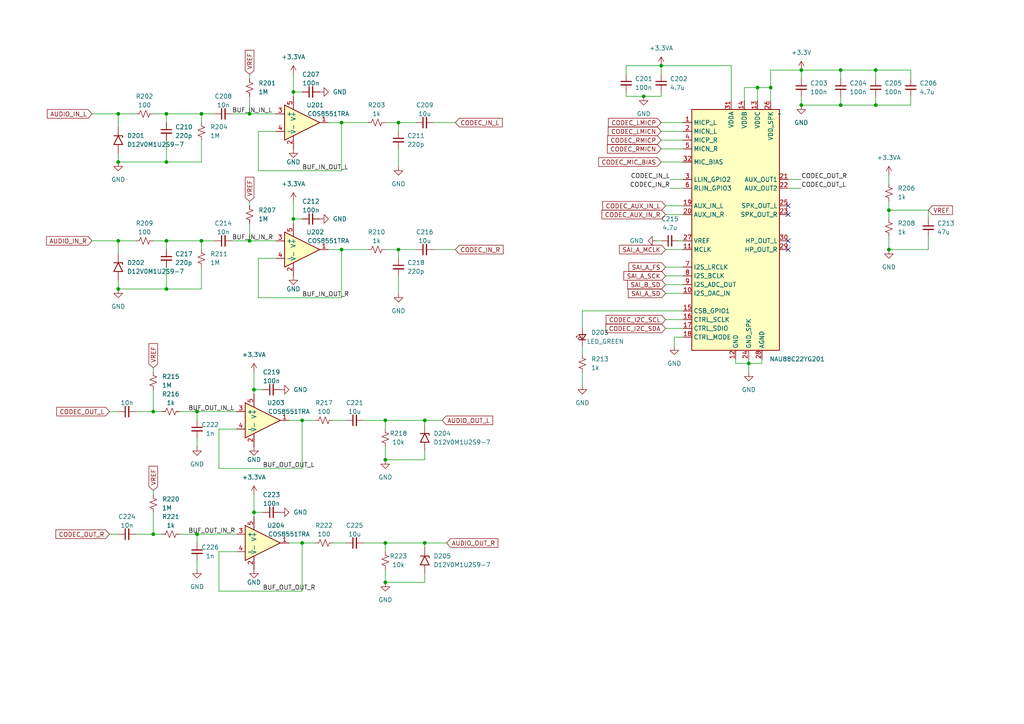
<source format=kicad_sch>
(kicad_sch (version 20231120) (generator "eeschema") (generator_version "8.0")
  (paper "A4")
  (lib_symbols
    (symbol "Custom:COS8551TRA"
      (property "Reference" "U" (at 3.81 6.35 0))
      (property "Value" "COS8551TRA" (at 8.89 3.81 0))
      (symbol "COS8551TRA_0_1"
        (polyline (pts (xy -2.54 5.08) (xy 7.62 0) (xy -2.54 -5.08) (xy -2.54 5.08)) (stroke (width 0.254)) (fill (type background)))
        (pin power_in line (at 0 -7.62 90) (length 3.81) (name "V-") (number "2"))
        (pin power_in line (at 0 7.62 270) (length 3.81) (name "V+") (number "5"))
      )
      (symbol "COS8551TRA_1_1"
        (pin output line (at 10.16 0 180) (length 2.54) (name "~") (number "1"))
        (pin input line (at -5.08 2.54 0) (length 2.54) (name "+") (number "3"))
        (pin input line (at -5.08 -2.54 0) (length 2.54) (name "-") (number "4"))
      )
    )
    (symbol "Custom:D12V0M1U2S9-7" (pin_numbers hide) (pin_names (offset 1.016) hide)
      (property "Reference" "D" (at 0 2.54 0))
      (property "Value" "D12V0M1U2S9-7" (at 0 -2.54 0))
      (symbol "D12V0M1U2S9-7_0_1"
        (polyline (pts (xy -0.762 1.27) (xy -1.27 1.27) (xy -1.27 -1.27)) (stroke (width 0.254)))
        (polyline (pts (xy 1.27 1.27) (xy 1.27 -1.27) (xy -1.27 0) (xy 1.27 1.27)) (stroke (width 0.254)))
      )
      (symbol "D12V0M1U2S9-7_1_1"
        (pin passive line (at -3.81 0 0) (length 2.54) (name "A1") (number "1"))
        (pin passive line (at 3.81 0 180) (length 2.54) (name "A2") (number "2"))
      )
    )
    (symbol "Custom:NAU88C22YG"
      (property "Reference" "NAU88C22YG201" (at 9.8141 -36.83 0))
      (property "Value" "~" (at 12.7 34.29 0))
      (symbol "NAU88C22YG_0_1"
        (rectangle (start -12.7 35.56) (end 12.7 -34.29) (stroke (width 0.254)) (fill (type background)))
      )
      (symbol "NAU88C22YG_1_1"
        (pin input line (at -15.24 31.75 0) (length 2.54) (name "MICP_L") (number "1"))
        (pin input line (at -15.24 -17.78 0) (length 2.54) (name "I2S_DAC_IN") (number "10"))
        (pin input line (at -15.24 -5.08 0) (length 2.54) (name "MCLK") (number "11"))
        (pin power_in line (at 0 -36.83 90) (length 2.54) (name "GND") (number "12"))
        (pin power_in line (at 6.35 38.1 270) (length 2.54) (name "VDDC") (number "13"))
        (pin power_in line (at 2.54 38.1 270) (length 2.54) (name "VDDB") (number "14"))
        (pin input line (at -15.24 -22.86 0) (length 2.54) (name "CSB_GPIO1") (number "15"))
        (pin input line (at -15.24 -25.4 0) (length 2.54) (name "CTRL_SCLK") (number "16"))
        (pin bidirectional line (at -15.24 -27.94 0) (length 2.54) (name "CTRL_SDIO") (number "17"))
        (pin input line (at -15.24 -30.48 0) (length 2.54) (name "CTRL_MODE") (number "18"))
        (pin input line (at -15.24 7.62 0) (length 2.54) (name "AUX_IN_L") (number "19"))
        (pin input line (at -15.24 29.21 0) (length 2.54) (name "MICN_L") (number "2"))
        (pin input line (at -15.24 5.08 0) (length 2.54) (name "AUX_IN_R") (number "20"))
        (pin output line (at 15.24 15.24 180) (length 2.54) (name "AUX_OUT1") (number "21"))
        (pin output line (at 15.24 12.7 180) (length 2.54) (name "AUX_OUT2") (number "22"))
        (pin output line (at 15.24 5.08 180) (length 2.54) (name "SPK_OUT_R") (number "23"))
        (pin power_in line (at 3.81 -36.83 90) (length 2.54) (name "GND_SPK") (number "24"))
        (pin output line (at 15.24 7.62 180) (length 2.54) (name "SPK_OUT_L") (number "25"))
        (pin power_in line (at 10.16 38.1 270) (length 2.54) (name "VDD_SPK") (number "26"))
        (pin input line (at -15.24 -2.54 0) (length 2.54) (name "VREF") (number "27"))
        (pin power_in line (at 7.62 -36.83 90) (length 2.54) (name "AGND") (number "28"))
        (pin output line (at 15.24 -5.08 180) (length 2.54) (name "HP_OUT_R") (number "29"))
        (pin input line (at -15.24 15.24 0) (length 2.54) (name "LLIN_GPIO2") (number "3"))
        (pin output line (at 15.24 -2.54 180) (length 2.54) (name "HP_OUT_L") (number "30"))
        (pin power_in line (at -1.27 38.1 270) (length 2.54) (name "VDDA") (number "31"))
        (pin input line (at -15.24 20.32 0) (length 2.54) (name "MIC_BIAS") (number "32"))
        (pin power_in line (at 0 -36.83 90) (length 2.54) hide (name "GND") (number "33"))
        (pin input line (at -15.24 26.67 0) (length 2.54) (name "MICP_R") (number "4"))
        (pin input line (at -15.24 24.13 0) (length 2.54) (name "MICN_R") (number "5"))
        (pin input line (at -15.24 12.7 0) (length 2.54) (name "RLIN_GPIO3") (number "6"))
        (pin input line (at -15.24 -10.16 0) (length 2.54) (name "I2S_LRCLK") (number "7"))
        (pin input line (at -15.24 -12.7 0) (length 2.54) (name "I2S_BCLK") (number "8"))
        (pin output line (at -15.24 -15.24 0) (length 2.54) (name "I2S_ADC_OUT") (number "9"))
      )
    )
    (symbol "Device:C_Small" (pin_numbers hide) (pin_names (offset 0.254) hide)
      (property "Reference" "C" (at 0.254 1.778 0))
      (property "Value" "C_Small" (at 0.254 -2.032 0))
      (symbol "C_Small_0_1"
        (polyline (pts (xy -1.524 -0.508) (xy 1.524 -0.508)) (stroke (width 0.3302)))
        (polyline (pts (xy -1.524 0.508) (xy 1.524 0.508)) (stroke (width 0.3048)))
      )
      (symbol "C_Small_1_1"
        (pin passive line (at 0 2.54 270) (length 2.032) (name "~") (number "1"))
        (pin passive line (at 0 -2.54 90) (length 2.032) (name "~") (number "2"))
      )
    )
    (symbol "Device:LED_Small" (pin_numbers hide) (pin_names (offset 0.254) hide)
      (property "Reference" "D" (at -1.27 3.175 0))
      (property "Value" "LED_Small" (at -4.445 -2.54 0))
      (symbol "LED_Small_0_1"
        (polyline (pts (xy -0.762 -1.016) (xy -0.762 1.016)) (stroke (width 0.254)))
        (polyline (pts (xy 1.016 0) (xy -0.762 0)))
        (polyline (pts (xy 0.762 -1.016) (xy -0.762 0) (xy 0.762 1.016) (xy 0.762 -1.016)) (stroke (width 0.254)))
        (polyline (pts (xy 0 0.762) (xy -0.508 1.27) (xy -0.254 1.27) (xy -0.508 1.27) (xy -0.508 1.016)))
        (polyline (pts (xy 0.508 1.27) (xy 0 1.778) (xy 0.254 1.778) (xy 0 1.778) (xy 0 1.524)))
      )
      (symbol "LED_Small_1_1"
        (pin passive line (at -2.54 0 0) (length 1.778) (name "K") (number "1"))
        (pin passive line (at 2.54 0 180) (length 1.778) (name "A") (number "2"))
      )
    )
    (symbol "Device:R_Small_US" (pin_numbers hide) (pin_names (offset 0.254) hide)
      (property "Reference" "R" (at 0.762 0.508 0))
      (property "Value" "R_Small_US" (at 0.762 -1.016 0))
      (symbol "R_Small_US_1_1"
        (polyline (pts (xy 0 0) (xy 1.016 -0.381) (xy 0 -0.762) (xy -1.016 -1.143) (xy 0 -1.524)))
        (polyline (pts (xy 0 1.524) (xy 1.016 1.143) (xy 0 0.762) (xy -1.016 0.381) (xy 0 0)))
        (pin passive line (at 0 2.54 270) (length 1.016) (name "~") (number "1"))
        (pin passive line (at 0 -2.54 90) (length 1.016) (name "~") (number "2"))
      )
    )
    (symbol "power:+3.3V" (power) (pin_names (offset 0))
      (property "Value" "+3.3V" (at 0 3.556 0))
      (symbol "+3.3V_0_1"
        (polyline (pts (xy -0.762 1.27) (xy 0 2.54)))
        (polyline (pts (xy 0 0) (xy 0 2.54)))
        (polyline (pts (xy 0 2.54) (xy 0.762 1.27)))
      )
      (symbol "+3.3V_1_1"
        (pin power_in line (at 0 0 90) (length 0) hide (name "+3.3V") (number "1"))
      )
    )
    (symbol "power:+3.3VA" (power) (pin_names (offset 0))
      (property "Value" "+3.3VA" (at 0 3.556 0))
      (symbol "+3.3VA_0_1"
        (polyline (pts (xy -0.762 1.27) (xy 0 2.54)))
        (polyline (pts (xy 0 0) (xy 0 2.54)))
        (polyline (pts (xy 0 2.54) (xy 0.762 1.27)))
      )
      (symbol "+3.3VA_1_1"
        (pin power_in line (at 0 0 90) (length 0) hide (name "+3.3VA") (number "1"))
      )
    )
    (symbol "power:GND" (power) (pin_names (offset 0))
      (property "Value" "GND" (at 0 -3.81 0))
      (symbol "GND_0_1"
        (polyline (pts (xy 0 0) (xy 0 -1.27) (xy 1.27 -1.27) (xy 0 -2.54) (xy -1.27 -1.27) (xy 0 -1.27)))
      )
      (symbol "GND_1_1"
        (pin power_in line (at 0 0 270) (length 0) hide (name "GND") (number "1"))
      )
    )
  )
  (junction (at 223.52 25.4))
  (junction (at 254 30.48))
  (junction (at 48.26 83.82))
  (junction (at 34.29 69.85))
  (junction (at 44.45 154.94))
  (junction (at 111.76 168.91))
  (junction (at 232.41 30.48))
  (junction (at 73.66 148.59))
  (junction (at 123.19 157.48))
  (junction (at 99.06 72.39))
  (junction (at 57.15 154.94))
  (junction (at 58.42 33.02))
  (junction (at 58.42 69.85))
  (junction (at 34.29 46.99))
  (junction (at 219.71 25.4))
  (junction (at 243.84 20.32))
  (junction (at 85.09 63.5))
  (junction (at 257.81 72.39))
  (junction (at 99.06 35.56))
  (junction (at 85.09 26.67))
  (junction (at 48.26 33.02))
  (junction (at 87.63 121.92))
  (junction (at 34.29 33.02))
  (junction (at 48.26 69.85))
  (junction (at 111.76 133.35))
  (junction (at 44.45 119.38))
  (junction (at 57.15 119.38))
  (junction (at 115.57 72.39))
  (junction (at 72.39 33.02))
  (junction (at 87.63 157.48))
  (junction (at 111.76 121.92))
  (junction (at 254 20.32))
  (junction (at 111.76 157.48))
  (junction (at 243.84 30.48))
  (junction (at 123.19 121.92))
  (junction (at 73.66 113.03))
  (junction (at 115.57 35.56))
  (junction (at 48.26 46.99))
  (junction (at 217.17 105.41))
  (junction (at 232.41 20.32))
  (junction (at 257.81 60.96))
  (junction (at 186.69 27.94))
  (junction (at 34.29 83.82))
  (junction (at 72.39 69.85))
  (junction (at 191.77 19.05))
  (no_connect (at 228.6 59.69))
  (no_connect (at 228.6 69.85))
  (no_connect (at 228.6 72.39))
  (no_connect (at 228.6 62.23))
  (wire (pts (xy 63.5 160.02) (xy 63.5 171.45)))
  (wire (pts (xy 44.45 148.59) (xy 44.45 154.94)))
  (wire (pts (xy 34.29 46.99) (xy 34.29 44.45)))
  (wire (pts (xy 181.61 26.67) (xy 181.61 27.94)))
  (wire (pts (xy 232.41 54.61) (xy 228.6 54.61)))
  (wire (pts (xy 87.63 121.92) (xy 83.82 121.92)))
  (wire (pts (xy 191.77 26.67) (xy 191.77 27.94)))
  (wire (pts (xy 193.04 92.71) (xy 198.12 92.71)))
  (wire (pts (xy 243.84 27.94) (xy 243.84 30.48)))
  (wire (pts (xy 193.04 77.47) (xy 198.12 77.47)))
  (wire (pts (xy 243.84 20.32) (xy 243.84 22.86)))
  (wire (pts (xy 191.77 38.1) (xy 198.12 38.1)))
  (wire (pts (xy 85.09 27.94) (xy 85.09 26.67)))
  (wire (pts (xy 73.66 113.03) (xy 76.2 113.03)))
  (wire (pts (xy 223.52 25.4) (xy 223.52 29.21)))
  (wire (pts (xy 58.42 69.85) (xy 48.26 69.85)))
  (wire (pts (xy 58.42 69.85) (xy 62.23 69.85)))
  (wire (pts (xy 217.17 105.41) (xy 217.17 104.14)))
  (wire (pts (xy 99.06 86.36) (xy 99.06 72.39)))
  (wire (pts (xy 213.36 104.14) (xy 213.36 105.41)))
  (wire (pts (xy 44.45 33.02) (xy 48.26 33.02)))
  (wire (pts (xy 87.63 171.45) (xy 87.63 157.48)))
  (wire (pts (xy 87.63 121.92) (xy 91.44 121.92)))
  (wire (pts (xy 254 22.86) (xy 254 20.32)))
  (wire (pts (xy 212.09 29.21) (xy 212.09 19.05)))
  (wire (pts (xy 111.76 165.1) (xy 111.76 168.91)))
  (wire (pts (xy 87.63 135.89) (xy 87.63 121.92)))
  (wire (pts (xy 168.91 100.33) (xy 168.91 102.87)))
  (wire (pts (xy 105.41 121.92) (xy 111.76 121.92)))
  (wire (pts (xy 39.37 119.38) (xy 44.45 119.38)))
  (wire (pts (xy 186.69 27.94) (xy 191.77 27.94)))
  (wire (pts (xy 72.39 21.59) (xy 72.39 22.86)))
  (wire (pts (xy 193.04 82.55) (xy 198.12 82.55)))
  (wire (pts (xy 264.16 22.86) (xy 264.16 20.32)))
  (wire (pts (xy 99.06 72.39) (xy 95.25 72.39)))
  (wire (pts (xy 168.91 107.95) (xy 168.91 111.76)))
  (wire (pts (xy 52.07 119.38) (xy 57.15 119.38)))
  (wire (pts (xy 48.26 77.47) (xy 48.26 83.82)))
  (wire (pts (xy 269.24 72.39) (xy 257.81 72.39)))
  (wire (pts (xy 111.76 157.48) (xy 111.76 160.02)))
  (wire (pts (xy 111.76 35.56) (xy 115.57 35.56)))
  (wire (pts (xy 58.42 40.64) (xy 58.42 46.99)))
  (wire (pts (xy 257.81 50.8) (xy 257.81 53.34)))
  (wire (pts (xy 58.42 33.02) (xy 48.26 33.02)))
  (wire (pts (xy 191.77 40.64) (xy 198.12 40.64)))
  (wire (pts (xy 87.63 157.48) (xy 83.82 157.48)))
  (wire (pts (xy 57.15 127) (xy 57.15 129.54)))
  (wire (pts (xy 58.42 72.39) (xy 58.42 69.85)))
  (wire (pts (xy 74.93 86.36) (xy 99.06 86.36)))
  (wire (pts (xy 31.75 154.94) (xy 34.29 154.94)))
  (wire (pts (xy 111.76 129.54) (xy 111.76 133.35)))
  (wire (pts (xy 123.19 123.19) (xy 123.19 121.92)))
  (wire (pts (xy 44.45 113.03) (xy 44.45 119.38)))
  (wire (pts (xy 220.98 105.41) (xy 220.98 104.14)))
  (wire (pts (xy 123.19 166.37) (xy 123.19 168.91)))
  (wire (pts (xy 44.45 142.24) (xy 44.45 143.51)))
  (wire (pts (xy 73.66 107.95) (xy 73.66 113.03)))
  (wire (pts (xy 115.57 80.01) (xy 115.57 85.09)))
  (wire (pts (xy 111.76 121.92) (xy 111.76 124.46)))
  (wire (pts (xy 217.17 107.95) (xy 217.17 105.41)))
  (wire (pts (xy 193.04 95.25) (xy 198.12 95.25)))
  (wire (pts (xy 74.93 74.93) (xy 80.01 74.93)))
  (wire (pts (xy 257.81 58.42) (xy 257.81 60.96)))
  (wire (pts (xy 223.52 20.32) (xy 223.52 25.4)))
  (wire (pts (xy 191.77 43.18) (xy 198.12 43.18)))
  (wire (pts (xy 58.42 35.56) (xy 58.42 33.02)))
  (wire (pts (xy 196.85 69.85) (xy 198.12 69.85)))
  (wire (pts (xy 57.15 154.94) (xy 57.15 157.48)))
  (wire (pts (xy 96.52 157.48) (xy 100.33 157.48)))
  (wire (pts (xy 34.29 73.66) (xy 34.29 69.85)))
  (wire (pts (xy 219.71 25.4) (xy 223.52 25.4)))
  (wire (pts (xy 44.45 106.68) (xy 44.45 107.95)))
  (wire (pts (xy 85.09 63.5) (xy 87.63 63.5)))
  (wire (pts (xy 123.19 157.48) (xy 129.54 157.48)))
  (wire (pts (xy 115.57 35.56) (xy 115.57 38.1)))
  (wire (pts (xy 269.24 60.96) (xy 257.81 60.96)))
  (wire (pts (xy 67.31 69.85) (xy 72.39 69.85)))
  (wire (pts (xy 85.09 26.67) (xy 87.63 26.67)))
  (wire (pts (xy 232.41 30.48) (xy 243.84 30.48)))
  (wire (pts (xy 254 30.48) (xy 254 27.94)))
  (wire (pts (xy 232.41 20.32) (xy 243.84 20.32)))
  (wire (pts (xy 99.06 35.56) (xy 95.25 35.56)))
  (wire (pts (xy 193.04 62.23) (xy 198.12 62.23)))
  (wire (pts (xy 123.19 133.35) (xy 111.76 133.35)))
  (wire (pts (xy 99.06 49.53) (xy 99.06 35.56)))
  (wire (pts (xy 85.09 64.77) (xy 85.09 63.5)))
  (wire (pts (xy 68.58 124.46) (xy 63.5 124.46)))
  (wire (pts (xy 67.31 33.02) (xy 72.39 33.02)))
  (wire (pts (xy 72.39 33.02) (xy 72.39 27.94)))
  (wire (pts (xy 73.66 143.51) (xy 73.66 148.59)))
  (wire (pts (xy 57.15 154.94) (xy 68.58 154.94)))
  (wire (pts (xy 96.52 121.92) (xy 100.33 121.92)))
  (wire (pts (xy 74.93 38.1) (xy 80.01 38.1)))
  (wire (pts (xy 228.6 52.07) (xy 232.41 52.07)))
  (wire (pts (xy 74.93 74.93) (xy 74.93 86.36)))
  (wire (pts (xy 123.19 168.91) (xy 111.76 168.91)))
  (wire (pts (xy 72.39 58.42) (xy 72.39 59.69)))
  (wire (pts (xy 269.24 63.5) (xy 269.24 60.96)))
  (wire (pts (xy 99.06 35.56) (xy 106.68 35.56)))
  (wire (pts (xy 111.76 72.39) (xy 115.57 72.39)))
  (wire (pts (xy 44.45 154.94) (xy 46.99 154.94)))
  (wire (pts (xy 132.08 72.39) (xy 125.73 72.39)))
  (wire (pts (xy 73.66 149.86) (xy 73.66 148.59)))
  (wire (pts (xy 73.66 148.59) (xy 76.2 148.59)))
  (wire (pts (xy 191.77 19.05) (xy 181.61 19.05)))
  (wire (pts (xy 57.15 119.38) (xy 57.15 121.92)))
  (wire (pts (xy 74.93 38.1) (xy 74.93 49.53)))
  (wire (pts (xy 39.37 154.94) (xy 44.45 154.94)))
  (wire (pts (xy 34.29 83.82) (xy 34.29 81.28)))
  (wire (pts (xy 44.45 69.85) (xy 48.26 69.85)))
  (wire (pts (xy 115.57 43.18) (xy 115.57 48.26)))
  (wire (pts (xy 190.5 69.85) (xy 191.77 69.85)))
  (wire (pts (xy 219.71 29.21) (xy 219.71 25.4)))
  (wire (pts (xy 57.15 162.56) (xy 57.15 165.1)))
  (wire (pts (xy 73.66 114.3) (xy 73.66 113.03)))
  (wire (pts (xy 111.76 121.92) (xy 123.19 121.92)))
  (wire (pts (xy 264.16 30.48) (xy 264.16 27.94)))
  (wire (pts (xy 232.41 27.94) (xy 232.41 30.48)))
  (wire (pts (xy 58.42 33.02) (xy 62.23 33.02)))
  (wire (pts (xy 269.24 68.58) (xy 269.24 72.39)))
  (wire (pts (xy 39.37 33.02) (xy 34.29 33.02)))
  (wire (pts (xy 132.08 35.56) (xy 125.73 35.56)))
  (wire (pts (xy 194.31 54.61) (xy 198.12 54.61)))
  (wire (pts (xy 232.41 20.32) (xy 232.41 22.86)))
  (wire (pts (xy 48.26 69.85) (xy 48.26 72.39)))
  (wire (pts (xy 31.75 119.38) (xy 34.29 119.38)))
  (wire (pts (xy 111.76 157.48) (xy 123.19 157.48)))
  (wire (pts (xy 191.77 21.59) (xy 191.77 19.05)))
  (wire (pts (xy 48.26 40.64) (xy 48.26 46.99)))
  (wire (pts (xy 195.58 97.79) (xy 195.58 100.33)))
  (wire (pts (xy 34.29 33.02) (xy 34.29 36.83)))
  (wire (pts (xy 52.07 154.94) (xy 57.15 154.94)))
  (wire (pts (xy 217.17 105.41) (xy 220.98 105.41)))
  (wire (pts (xy 63.5 135.89) (xy 87.63 135.89)))
  (wire (pts (xy 58.42 77.47) (xy 58.42 83.82)))
  (wire (pts (xy 44.45 119.38) (xy 46.99 119.38)))
  (wire (pts (xy 115.57 72.39) (xy 120.65 72.39)))
  (wire (pts (xy 191.77 19.05) (xy 212.09 19.05)))
  (wire (pts (xy 115.57 72.39) (xy 115.57 74.93)))
  (wire (pts (xy 191.77 46.99) (xy 198.12 46.99)))
  (wire (pts (xy 181.61 27.94) (xy 186.69 27.94)))
  (wire (pts (xy 215.9 29.21) (xy 215.9 25.4)))
  (wire (pts (xy 26.67 69.85) (xy 34.29 69.85)))
  (wire (pts (xy 223.52 20.32) (xy 232.41 20.32)))
  (wire (pts (xy 72.39 69.85) (xy 80.01 69.85)))
  (wire (pts (xy 72.39 33.02) (xy 80.01 33.02)))
  (wire (pts (xy 105.41 157.48) (xy 111.76 157.48)))
  (wire (pts (xy 74.93 49.53) (xy 99.06 49.53)))
  (wire (pts (xy 34.29 69.85) (xy 39.37 69.85)))
  (wire (pts (xy 99.06 72.39) (xy 106.68 72.39)))
  (wire (pts (xy 115.57 35.56) (xy 120.65 35.56)))
  (wire (pts (xy 85.09 21.59) (xy 85.09 26.67)))
  (wire (pts (xy 193.04 85.09) (xy 198.12 85.09)))
  (wire (pts (xy 181.61 19.05) (xy 181.61 21.59)))
  (wire (pts (xy 34.29 83.82) (xy 48.26 83.82)))
  (wire (pts (xy 193.04 72.39) (xy 198.12 72.39)))
  (wire (pts (xy 191.77 35.56) (xy 198.12 35.56)))
  (wire (pts (xy 198.12 97.79) (xy 195.58 97.79)))
  (wire (pts (xy 264.16 20.32) (xy 254 20.32)))
  (wire (pts (xy 85.09 58.42) (xy 85.09 63.5)))
  (wire (pts (xy 193.04 59.69) (xy 198.12 59.69)))
  (wire (pts (xy 63.5 171.45) (xy 87.63 171.45)))
  (wire (pts (xy 213.36 105.41) (xy 217.17 105.41)))
  (wire (pts (xy 58.42 46.99) (xy 48.26 46.99)))
  (wire (pts (xy 34.29 46.99) (xy 48.26 46.99)))
  (wire (pts (xy 168.91 90.17) (xy 168.91 95.25)))
  (wire (pts (xy 123.19 130.81) (xy 123.19 133.35)))
  (wire (pts (xy 215.9 25.4) (xy 219.71 25.4)))
  (wire (pts (xy 63.5 124.46) (xy 63.5 135.89)))
  (wire (pts (xy 243.84 30.48) (xy 254 30.48)))
  (wire (pts (xy 257.81 60.96) (xy 257.81 63.5)))
  (wire (pts (xy 254 20.32) (xy 243.84 20.32)))
  (wire (pts (xy 87.63 157.48) (xy 91.44 157.48)))
  (wire (pts (xy 57.15 119.38) (xy 68.58 119.38)))
  (wire (pts (xy 254 30.48) (xy 264.16 30.48)))
  (wire (pts (xy 72.39 69.85) (xy 72.39 64.77)))
  (wire (pts (xy 257.81 72.39) (xy 257.81 68.58)))
  (wire (pts (xy 168.91 90.17) (xy 198.12 90.17)))
  (wire (pts (xy 26.67 33.02) (xy 34.29 33.02)))
  (wire (pts (xy 58.42 83.82) (xy 48.26 83.82)))
  (wire (pts (xy 194.31 52.07) (xy 198.12 52.07)))
  (wire (pts (xy 193.04 80.01) (xy 198.12 80.01)))
  (wire (pts (xy 68.58 160.02) (xy 63.5 160.02)))
  (wire (pts (xy 123.19 158.75) (xy 123.19 157.48)))
  (wire (pts (xy 128.27 121.92) (xy 123.19 121.92)))
  (wire (pts (xy 48.26 33.02) (xy 48.26 35.56)))
  (label "BUF_OUT_IN_L" (at 54.61 119.38 0))
  (label "BUF_IN_OUT_R" (at 87.63 86.36 0))
  (label "BUF_IN_IN_L" (at 67.31 33.02 0))
  (label "BUF_IN_OUT_L" (at 87.63 49.53 0))
  (label "CODEC_OUT_R" (at 232.41 52.07 0))
  (label "CODEC_IN_L" (at 194.31 52.07 180))
  (label "CODEC_OUT_L" (at 232.41 54.61 0))
  (label "BUF_IN_IN_R" (at 67.31 69.85 0))
  (label "BUF_OUT_OUT_L" (at 76.2 135.89 0))
  (label "CODEC_IN_R" (at 194.31 54.61 180))
  (label "BUF_OUT_IN_R" (at 54.61 154.94 0))
  (label "BUF_OUT_OUT_R" (at 76.2 171.45 0))
  (global_label "CODEC_RMICP" (shape input) (at 191.77 40.64 180) (property "Intersheetrefs" "${INTERSHEET_REFS}" (effects (hide yes))))
  (global_label "CODEC_IN_L" (shape input) (at 132.08 35.56 0) (property "Intersheetrefs" "${INTERSHEET_REFS}" (effects (hide yes))))
  (global_label "VREF" (shape input) (at 72.39 58.42 90) (property "Intersheetrefs" "${INTERSHEET_REFS}" (effects (hide yes))))
  (global_label "VREF" (shape input) (at 44.45 106.68 90) (property "Intersheetrefs" "${INTERSHEET_REFS}" (effects (hide yes))))
  (global_label "AUDIO_OUT_R" (shape input) (at 129.54 157.48 0) (property "Intersheetrefs" "${INTERSHEET_REFS}" (effects (hide yes))))
  (global_label "CODEC_IN_R" (shape input) (at 132.08 72.39 0) (property "Intersheetrefs" "${INTERSHEET_REFS}" (effects (hide yes))))
  (global_label "AUDIO_OUT_L" (shape input) (at 128.27 121.92 0) (property "Intersheetrefs" "${INTERSHEET_REFS}" (effects (hide yes))))
  (global_label "SAI_B_SD" (shape input) (at 193.04 82.55 180) (property "Intersheetrefs" "${INTERSHEET_REFS}" (effects (hide yes))))
  (global_label "SAI_A_FS" (shape input) (at 193.04 77.47 180) (property "Intersheetrefs" "${INTERSHEET_REFS}" (effects (hide yes))))
  (global_label "AUDIO_IN_R" (shape input) (at 26.67 69.85 180) (property "Intersheetrefs" "${INTERSHEET_REFS}" (effects (hide yes))))
  (global_label "CODEC_OUT_L" (shape input) (at 31.75 119.38 180) (property "Intersheetrefs" "${INTERSHEET_REFS}" (effects (hide yes))))
  (global_label "VREF" (shape input) (at 72.39 21.59 90) (property "Intersheetrefs" "${INTERSHEET_REFS}" (effects (hide yes))))
  (global_label "CODEC_LMICN" (shape input) (at 191.77 38.1 180) (property "Intersheetrefs" "${INTERSHEET_REFS}" (effects (hide yes))))
  (global_label "CODEC_MIC_BIAS" (shape input) (at 191.77 46.99 180) (property "Intersheetrefs" "${INTERSHEET_REFS}" (effects (hide yes))))
  (global_label "CODEC_AUX_IN_L" (shape input) (at 193.04 59.69 180) (property "Intersheetrefs" "${INTERSHEET_REFS}" (effects (hide yes))))
  (global_label "CODEC_I2C_SCL" (shape input) (at 193.04 92.71 180) (property "Intersheetrefs" "${INTERSHEET_REFS}" (effects (hide yes))))
  (global_label "VREF" (shape input) (at 269.24 60.96 0) (property "Intersheetrefs" "${INTERSHEET_REFS}" (effects (hide yes))))
  (global_label "CODEC_AUX_IN_R" (shape input) (at 193.04 62.23 180) (property "Intersheetrefs" "${INTERSHEET_REFS}" (effects (hide yes))))
  (global_label "AUDIO_IN_L" (shape input) (at 26.67 33.02 180) (property "Intersheetrefs" "${INTERSHEET_REFS}" (effects (hide yes))))
  (global_label "CODEC_RMICN" (shape input) (at 191.77 43.18 180) (property "Intersheetrefs" "${INTERSHEET_REFS}" (effects (hide yes))))
  (global_label "VREF" (shape input) (at 44.45 142.24 90) (property "Intersheetrefs" "${INTERSHEET_REFS}" (effects (hide yes))))
  (global_label "SAI_A_MCLK" (shape input) (at 193.04 72.39 180) (property "Intersheetrefs" "${INTERSHEET_REFS}" (effects (hide yes))))
  (global_label "SAI_A_SD" (shape input) (at 193.04 85.09 180) (property "Intersheetrefs" "${INTERSHEET_REFS}" (effects (hide yes))))
  (global_label "SAI_A_SCK" (shape input) (at 193.04 80.01 180) (property "Intersheetrefs" "${INTERSHEET_REFS}" (effects (hide yes))))
  (global_label "CODEC_OUT_R" (shape input) (at 31.75 154.94 180) (property "Intersheetrefs" "${INTERSHEET_REFS}" (effects (hide yes))))
  (global_label "CODEC_I2C_SDA" (shape input) (at 193.04 95.25 180) (property "Intersheetrefs" "${INTERSHEET_REFS}" (effects (hide yes))))
  (global_label "CODEC_LMICP" (shape input) (at 191.77 35.56 180) (property "Intersheetrefs" "${INTERSHEET_REFS}" (effects (hide yes))))
  (symbol (lib_id "power:GND") (at 73.66 165.1 0) (unit 1)
    (property "Reference" "#PWR0229" (effects (hide yes)))
    (property "Value" "GND" (at 73.66 168.91 0))
  )
  (symbol (lib_id "Device:R_Small_US") (at 44.45 146.05 180) (unit 1)
    (property "Reference" "R220" (at 46.99 144.78 0) (effects (justify right)))
    (property "Value" "1M" (at 46.99 147.32 0) (effects (justify right)))
    (property "Footprint" "Resistor_SMD:R_0402_1005Metric" (effects (hide yes)))
  )
  (symbol (lib_id "Device:R_Small_US") (at 41.91 33.02 90) (unit 1)
    (property "Reference" "R202" (at 41.91 27.94 90))
    (property "Value" "100" (at 41.91 30.48 90))
    (property "Footprint" "Resistor_SMD:R_0402_1005Metric" (effects (hide yes)))
  )
  (symbol (lib_id "power:GND") (at 34.29 83.82 0) (unit 1)
    (property "Reference" "#PWR0216" (effects (hide yes)))
    (property "Value" "GND" (at 34.29 88.9 0))
  )
  (symbol (lib_id "power:GND") (at 57.15 165.1 0) (unit 1)
    (property "Reference" "#PWR0228" (effects (hide yes)))
    (property "Value" "GND" (at 57.15 170.18 0))
  )
  (symbol (lib_id "power:GND") (at 57.15 129.54 0) (unit 1)
    (property "Reference" "#PWR0223" (effects (hide yes)))
    (property "Value" "GND" (at 57.15 134.62 0))
  )
  (symbol (lib_id "power:GND") (at 217.17 107.95 0) (unit 1)
    (property "Reference" "#PWR0220" (effects (hide yes)))
    (property "Value" "GND" (at 217.17 113.03 0))
  )
  (symbol (lib_id "Device:C_Small") (at 90.17 26.67 90) (unit 1)
    (property "Reference" "C207" (at 90.17 21.59 90))
    (property "Value" "100n" (at 90.17 24.13 90))
    (property "Footprint" "Capacitor_SMD:C_0402_1005Metric" (effects (hide yes)))
  )
  (symbol (lib_id "Device:C_Small") (at 269.24 66.04 0) (unit 1)
    (property "Reference" "C213" (at 271.78 64.7763 0) (effects (justify left)))
    (property "Value" "47u" (at 271.78 67.3163 0) (effects (justify left)))
    (property "Footprint" "Capacitor_SMD:C_0402_1005Metric" (effects (hide yes)))
  )
  (symbol (lib_id "power:+3.3VA") (at 191.77 19.05 0) (unit 1)
    (property "Reference" "#PWR0201" (effects (hide yes)))
    (property "Value" "+3.3VA" (at 191.77 13.97 0))
  )
  (symbol (lib_id "Device:C_Small") (at 57.15 124.46 0) (unit 1)
    (property "Reference" "C222" (at 60.96 123.19 0))
    (property "Value" "1n" (at 60.96 125.73 0))
    (property "Footprint" "Capacitor_SMD:C_0402_1005Metric" (effects (hide yes)))
  )
  (symbol (lib_id "power:+3.3VA") (at 85.09 21.59 0) (unit 1)
    (property "Reference" "#PWR0203" (effects (hide yes)))
    (property "Value" "+3.3VA" (at 85.09 16.51 0))
  )
  (symbol (lib_id "Custom:COS8551TRA") (at 85.09 72.39 0) (unit 1)
    (property "Reference" "U202" (at 91.44 67.31 0))
    (property "Value" "COS8551TRA" (at 95.25 69.85 0))
    (property "Footprint" "Package_TO_SOT_SMD:SOT-23-5" (effects (hide yes)))
  )
  (symbol (lib_id "Device:C_Small") (at 123.19 35.56 90) (unit 1)
    (property "Reference" "C209" (at 123.19 30.48 90))
    (property "Value" "10u" (at 123.19 33.02 90))
    (property "Footprint" "Capacitor_SMD:C_0402_1005Metric" (effects (hide yes)))
  )
  (symbol (lib_id "Device:R_Small_US") (at 111.76 162.56 180) (unit 1)
    (property "Reference" "R223" (at 115.57 161.29 0))
    (property "Value" "10k" (at 115.57 163.83 0))
    (property "Footprint" "Resistor_SMD:R_0402_1005Metric" (effects (hide yes)))
  )
  (symbol (lib_id "Device:C_Small") (at 64.77 33.02 90) (unit 1)
    (property "Reference" "C208" (at 64.77 27.94 90))
    (property "Value" "10n" (at 64.77 30.48 90))
    (property "Footprint" "Capacitor_SMD:C_0402_1005Metric" (effects (hide yes)))
  )
  (symbol (lib_id "Device:C_Small") (at 36.83 154.94 90) (unit 1)
    (property "Reference" "C224" (at 36.83 149.86 90))
    (property "Value" "10n" (at 36.83 152.4 90))
    (property "Footprint" "Capacitor_SMD:C_0402_1005Metric" (effects (hide yes)))
  )
  (symbol (lib_id "Custom:COS8551TRA") (at 73.66 157.48 0) (unit 1)
    (property "Reference" "U204" (at 80.01 152.4 0))
    (property "Value" "COS8551TRA" (at 83.82 154.94 0))
    (property "Footprint" "Package_TO_SOT_SMD:SOT-23-5" (effects (hide yes)))
  )
  (symbol (lib_id "Device:C_Small") (at 115.57 40.64 0) (unit 1)
    (property "Reference" "C211" (at 118.11 39.3763 0) (effects (justify left)))
    (property "Value" "220p" (at 118.11 41.9163 0) (effects (justify left)))
    (property "Footprint" "Capacitor_SMD:C_0402_1005Metric" (effects (hide yes)))
  )
  (symbol (lib_id "Device:R_Small_US") (at 93.98 121.92 270) (unit 1)
    (property "Reference" "R217" (at 93.98 116.84 90))
    (property "Value" "100" (at 93.98 119.38 90))
    (property "Footprint" "Resistor_SMD:R_0402_1005Metric" (effects (hide yes)))
  )
  (symbol (lib_id "power:+3.3V") (at 232.41 20.32 0) (unit 1)
    (property "Reference" "#PWR0202" (effects (hide yes)))
    (property "Value" "+3.3V" (at 232.41 15.24 0))
  )
  (symbol (lib_id "power:GND") (at 85.09 80.01 0) (unit 1)
    (property "Reference" "#PWR0215" (effects (hide yes)))
    (property "Value" "GND" (at 85.09 83.82 0))
  )
  (symbol (lib_id "Device:C_Small") (at 102.87 121.92 90) (unit 1)
    (property "Reference" "C221" (at 102.87 116.84 90))
    (property "Value" "10u" (at 102.87 119.38 90))
    (property "Footprint" "Capacitor_SMD:C_0402_1005Metric" (effects (hide yes)))
  )
  (symbol (lib_id "Device:R_Small_US") (at 109.22 72.39 270) (unit 1)
    (property "Reference" "R210" (at 109.22 67.31 90))
    (property "Value" "1k" (at 109.22 69.85 90))
    (property "Footprint" "Resistor_SMD:R_0402_1005Metric" (effects (hide yes)))
  )
  (symbol (lib_id "power:+3.3VA") (at 73.66 107.95 0) (unit 1)
    (property "Reference" "#PWR0219" (effects (hide yes)))
    (property "Value" "+3.3VA" (at 73.66 102.87 0))
  )
  (symbol (lib_id "power:GND") (at 115.57 48.26 0) (unit 1)
    (property "Reference" "#PWR0209" (effects (hide yes)))
    (property "Value" "GND" (at 115.57 53.34 0))
  )
  (symbol (lib_id "power:+3.3VA") (at 73.66 143.51 0) (unit 1)
    (property "Reference" "#PWR0226" (effects (hide yes)))
    (property "Value" "+3.3VA" (at 73.66 138.43 0))
  )
  (symbol (lib_id "Custom:COS8551TRA") (at 73.66 121.92 0) (unit 1)
    (property "Reference" "U203" (at 80.01 116.84 0))
    (property "Value" "COS8551TRA" (at 83.82 119.38 0))
    (property "Footprint" "Package_TO_SOT_SMD:SOT-23-5" (effects (hide yes)))
  )
  (symbol (lib_id "power:GND") (at 232.41 30.48 0) (unit 1)
    (property "Reference" "#PWR0206" (effects (hide yes)))
    (property "Value" "GND" (at 232.41 35.56 0))
  )
  (symbol (lib_id "Device:C_Small") (at 191.77 24.13 0) (unit 1)
    (property "Reference" "C202" (at 194.31 22.8663 0) (effects (justify left)))
    (property "Value" "4.7u" (at 194.31 25.4063 0) (effects (justify left)))
    (property "Footprint" "Capacitor_SMD:C_0402_1005Metric" (effects (hide yes)))
  )
  (symbol (lib_id "power:GND") (at 257.81 72.39 0) (unit 1)
    (property "Reference" "#PWR0214" (effects (hide yes)))
    (property "Value" "GND" (at 257.81 77.47 0))
  )
  (symbol (lib_id "Device:C_Small") (at 232.41 25.4 0) (unit 1)
    (property "Reference" "C203" (at 234.95 24.1363 0) (effects (justify left)))
    (property "Value" "100n" (at 234.95 26.6763 0) (effects (justify left)))
    (property "Footprint" "Capacitor_SMD:C_0402_1005Metric" (effects (hide yes)))
  )
  (symbol (lib_id "Device:C_Small") (at 254 25.4 0) (unit 1)
    (property "Reference" "C205" (at 256.54 24.1363 0) (effects (justify left)))
    (property "Value" "100n" (at 256.54 26.6763 0) (effects (justify left)))
    (property "Footprint" "Capacitor_SMD:C_0402_1005Metric" (effects (hide yes)))
  )
  (symbol (lib_id "power:GND") (at 168.91 111.76 0) (unit 1)
    (property "Reference" "#PWR0221" (effects (hide yes)))
    (property "Value" "GND" (at 168.91 116.84 0))
  )
  (symbol (lib_id "Device:R_Small_US") (at 72.39 25.4 180) (unit 1)
    (property "Reference" "R201" (at 74.93 24.13 0) (effects (justify right)))
    (property "Value" "1M" (at 74.93 26.67 0) (effects (justify right)))
    (property "Footprint" "Resistor_SMD:R_0402_1005Metric" (effects (hide yes)))
  )
  (symbol (lib_id "Device:R_Small_US") (at 49.53 154.94 270) (unit 1)
    (property "Reference" "R221" (at 49.53 149.86 90))
    (property "Value" "1k" (at 49.53 152.4 90))
    (property "Footprint" "Resistor_SMD:R_0402_1005Metric" (effects (hide yes)))
  )
  (symbol (lib_id "Device:C_Small") (at 90.17 63.5 90) (unit 1)
    (property "Reference" "C212" (at 90.17 58.42 90))
    (property "Value" "100n" (at 90.17 60.96 90))
    (property "Footprint" "Capacitor_SMD:C_0402_1005Metric" (effects (hide yes)))
  )
  (symbol (lib_id "Device:R_Small_US") (at 168.91 105.41 0) (unit 1)
    (property "Reference" "R213" (at 171.45 104.14 0) (effects (justify left)))
    (property "Value" "1k" (at 171.45 106.68 0) (effects (justify left)))
    (property "Footprint" "Resistor_SMD:R_0402_1005Metric" (effects (hide yes)))
  )
  (symbol (lib_id "power:+3.3VA") (at 85.09 58.42 0) (unit 1)
    (property "Reference" "#PWR0211" (effects (hide yes)))
    (property "Value" "+3.3VA" (at 85.09 53.34 0))
  )
  (symbol (lib_id "power:GND") (at 115.57 85.09 0) (unit 1)
    (property "Reference" "#PWR0217" (effects (hide yes)))
    (property "Value" "GND" (at 115.57 90.17 0))
  )
  (symbol (lib_id "power:GND") (at 34.29 46.99 0) (unit 1)
    (property "Reference" "#PWR0208" (effects (hide yes)))
    (property "Value" "GND" (at 34.29 52.07 0))
  )
  (symbol (lib_id "Device:R_Small_US") (at 49.53 119.38 270) (unit 1)
    (property "Reference" "R216" (at 49.53 114.3 90))
    (property "Value" "1k" (at 49.53 116.84 90))
    (property "Footprint" "Resistor_SMD:R_0402_1005Metric" (effects (hide yes)))
  )
  (symbol (lib_id "power:GND") (at 111.76 133.35 0) (unit 1)
    (property "Reference" "#PWR0225" (effects (hide yes)))
    (property "Value" "GND" (at 111.76 138.43 0))
  )
  (symbol (lib_id "Device:R_Small_US") (at 58.42 74.93 180) (unit 1)
    (property "Reference" "R211" (at 60.96 73.66 0) (effects (justify right)))
    (property "Value" "1M" (at 60.96 76.2 0) (effects (justify right)))
    (property "Footprint" "Resistor_SMD:R_0402_1005Metric" (effects (hide yes)))
  )
  (symbol (lib_id "Device:R_Small_US") (at 257.81 66.04 180) (unit 1)
    (property "Reference" "R208" (at 260.35 64.77 0) (effects (justify right)))
    (property "Value" "1k" (at 260.35 67.31 0) (effects (justify right)))
    (property "Footprint" "Resistor_SMD:R_0402_1005Metric" (effects (hide yes)))
  )
  (symbol (lib_id "power:GND") (at 92.71 26.67 90) (unit 1)
    (property "Reference" "#PWR0204" (effects (hide yes)))
    (property "Value" "GND" (at 96.52 26.67 90) (effects (justify right)))
  )
  (symbol (lib_id "Device:C_Small") (at 36.83 119.38 90) (unit 1)
    (property "Reference" "C220" (effects (hide yes)))
    (property "Value" "10n" (at 36.83 116.84 90))
    (property "Footprint" "Capacitor_SMD:C_0402_1005Metric" (effects (hide yes)))
  )
  (symbol (lib_id "Device:C_Small") (at 64.77 69.85 90) (unit 1)
    (property "Reference" "C214" (at 64.77 64.77 90))
    (property "Value" "10n" (at 64.77 67.31 90))
    (property "Footprint" "Capacitor_SMD:C_0402_1005Metric" (effects (hide yes)))
  )
  (symbol (lib_id "power:GND") (at 111.76 168.91 0) (unit 1)
    (property "Reference" "#PWR0230" (effects (hide yes)))
    (property "Value" "GND" (at 111.76 173.99 0))
  )
  (symbol (lib_id "Custom:COS8551TRA") (at 85.09 35.56 0) (unit 1)
    (property "Reference" "U201" (at 91.44 30.48 0))
    (property "Value" "COS8551TRA" (at 95.25 33.02 0))
    (property "Footprint" "Package_TO_SOT_SMD:SOT-23-5" (effects (hide yes)))
  )
  (symbol (lib_id "Custom:D12V0M1U2S9-7") (at 34.29 40.64 270) (unit 1)
    (property "Reference" "D201" (at 36.83 39.37 90) (effects (justify left)))
    (property "Value" "D12V0M1U2S9-7" (at 36.83 41.91 90) (effects (justify left)))
    (property "Footprint" "Diode_SMD:D_SOD-923" (effects (hide yes)))
  )
  (symbol (lib_id "Device:C_Small") (at 123.19 72.39 90) (unit 1)
    (property "Reference" "C216" (at 123.19 67.31 90))
    (property "Value" "10u" (at 123.19 69.85 90))
    (property "Footprint" "Capacitor_SMD:C_0402_1005Metric" (effects (hide yes)))
  )
  (symbol (lib_id "power:GND") (at 190.5 69.85 270) (unit 1)
    (property "Reference" "#PWR0213" (effects (hide yes)))
    (property "Value" "GND" (at 186.69 69.85 90) (effects (justify right)))
  )
  (symbol (lib_id "Device:C_Small") (at 243.84 25.4 0) (unit 1)
    (property "Reference" "C204" (at 246.38 24.1363 0) (effects (justify left)))
    (property "Value" "100n" (at 246.38 26.6763 0) (effects (justify left)))
    (property "Footprint" "Capacitor_SMD:C_0402_1005Metric" (effects (hide yes)))
  )
  (symbol (lib_id "Device:R_Small_US") (at 111.76 127 180) (unit 1)
    (property "Reference" "R218" (at 115.57 125.73 0))
    (property "Value" "10k" (at 115.57 128.27 0))
    (property "Footprint" "Resistor_SMD:R_0402_1005Metric" (effects (hide yes)))
  )
  (symbol (lib_id "Device:C_Small") (at 48.26 38.1 0) (unit 1)
    (property "Reference" "C210" (at 50.8 36.8363 0) (effects (justify left)))
    (property "Value" "220p" (at 50.8 39.3763 0) (effects (justify left)))
    (property "Footprint" "Capacitor_SMD:C_0402_1005Metric" (effects (hide yes)))
  )
  (symbol (lib_id "Custom:D12V0M1U2S9-7") (at 123.19 127 270) (unit 1)
    (property "Reference" "D204" (at 125.73 125.73 90) (effects (justify left)))
    (property "Value" "D12V0M1U2S9-7" (at 125.73 128.27 90) (effects (justify left)))
    (property "Footprint" "Diode_SMD:D_SOD-923" (effects (hide yes)))
  )
  (symbol (lib_id "Device:R_Small_US") (at 44.45 110.49 180) (unit 1)
    (property "Reference" "R215" (at 46.99 109.22 0) (effects (justify right)))
    (property "Value" "1M" (at 46.99 111.76 0) (effects (justify right)))
    (property "Footprint" "Resistor_SMD:R_0402_1005Metric" (effects (hide yes)))
  )
  (symbol (lib_id "power:GND") (at 195.58 100.33 0) (unit 1)
    (property "Reference" "#PWR0218" (effects (hide yes)))
    (property "Value" "GND" (at 195.58 105.41 0))
  )
  (symbol (lib_id "Device:C_Small") (at 181.61 24.13 0) (unit 1)
    (property "Reference" "C201" (at 184.15 22.8663 0) (effects (justify left)))
    (property "Value" "100n" (at 184.15 25.4063 0) (effects (justify left)))
    (property "Footprint" "Capacitor_SMD:C_0402_1005Metric" (effects (hide yes)))
  )
  (symbol (lib_id "Device:C_Small") (at 264.16 25.4 0) (unit 1)
    (property "Reference" "C206" (at 266.7 24.1363 0) (effects (justify left)))
    (property "Value" "4.7u" (at 266.7 26.6763 0) (effects (justify left)))
    (property "Footprint" "Capacitor_SMD:C_0402_1005Metric" (effects (hide yes)))
  )
  (symbol (lib_id "Device:C_Small") (at 78.74 148.59 90) (unit 1)
    (property "Reference" "C223" (at 78.74 143.51 90))
    (property "Value" "100n" (at 78.74 146.05 90))
    (property "Footprint" "Capacitor_SMD:C_0402_1005Metric" (effects (hide yes)))
  )
  (symbol (lib_id "Custom:D12V0M1U2S9-7") (at 34.29 77.47 270) (unit 1)
    (property "Reference" "D202" (at 36.83 76.2 90) (effects (justify left)))
    (property "Value" "D12V0M1U2S9-7" (at 36.83 78.74 90) (effects (justify left)))
    (property "Footprint" "Diode_SMD:D_SOD-923" (effects (hide yes)))
  )
  (symbol (lib_id "Device:LED_Small") (at 168.91 97.79 90) (unit 1)
    (property "Reference" "D203" (at 171.45 96.4565 90) (effects (justify right)))
    (property "Value" "LED_GREEN" (at 170.18 99.06 90) (effects (justify right)))
    (property "Footprint" "LED_SMD:LED_0805_2012Metric" (effects (hide yes)))
  )
  (symbol (lib_id "Device:C_Small") (at 78.74 113.03 90) (unit 1)
    (property "Reference" "C219" (at 78.74 107.95 90))
    (property "Value" "100n" (at 78.74 110.49 90))
    (property "Footprint" "Capacitor_SMD:C_0402_1005Metric" (effects (hide yes)))
  )
  (symbol (lib_id "Device:R_Small_US") (at 41.91 69.85 90) (unit 1)
    (property "Reference" "R209" (at 41.91 64.77 90))
    (property "Value" "100" (at 41.91 67.31 90))
    (property "Footprint" "Resistor_SMD:R_0402_1005Metric" (effects (hide yes)))
  )
  (symbol (lib_id "power:+3.3VA") (at 257.81 50.8 0) (unit 1)
    (property "Reference" "#PWR0210" (effects (hide yes)))
    (property "Value" "+3.3VA" (at 257.81 45.72 0))
  )
  (symbol (lib_id "Device:C_Small") (at 115.57 77.47 0) (unit 1)
    (property "Reference" "C218" (at 118.11 76.2063 0) (effects (justify left)))
    (property "Value" "220p" (at 118.11 78.7463 0) (effects (justify left)))
    (property "Footprint" "Capacitor_SMD:C_0402_1005Metric" (effects (hide yes)))
  )
  (symbol (lib_id "Device:R_Small_US") (at 257.81 55.88 180) (unit 1)
    (property "Reference" "R206" (at 260.35 54.61 0) (effects (justify right)))
    (property "Value" "1k" (at 260.35 57.15 0) (effects (justify right)))
    (property "Footprint" "Resistor_SMD:R_0402_1005Metric" (effects (hide yes)))
  )
  (symbol (lib_id "Device:R_Small_US") (at 93.98 157.48 270) (unit 1)
    (property "Reference" "R222" (at 93.98 152.4 90))
    (property "Value" "100" (at 93.98 154.94 90))
    (property "Footprint" "Resistor_SMD:R_0402_1005Metric" (effects (hide yes)))
  )
  (symbol (lib_id "Device:C_Small") (at 57.15 160.02 0) (unit 1)
    (property "Reference" "C226" (at 60.96 158.75 0))
    (property "Value" "1n" (at 60.96 161.29 0))
    (property "Footprint" "Capacitor_SMD:C_0402_1005Metric" (effects (hide yes)))
  )
  (symbol (lib_id "power:GND") (at 73.66 129.54 0) (unit 1)
    (property "Reference" "#PWR0224" (effects (hide yes)))
    (property "Value" "GND" (at 73.66 133.35 0))
  )
  (symbol (lib_id "Device:C_Small") (at 194.31 69.85 90) (unit 1)
    (property "Reference" "C215" (at 194.3163 63.5 90))
    (property "Value" "4.7u" (at 194.3163 66.04 90))
    (property "Footprint" "Capacitor_SMD:C_0402_1005Metric" (effects (hide yes)))
  )
  (symbol (lib_id "power:GND") (at 92.71 63.5 90) (unit 1)
    (property "Reference" "#PWR0212" (effects (hide yes)))
    (property "Value" "GND" (at 96.52 63.5 90) (effects (justify right)))
  )
  (symbol (lib_id "Device:R_Small_US") (at 58.42 38.1 180) (unit 1)
    (property "Reference" "R204" (at 60.96 36.83 0) (effects (justify right)))
    (property "Value" "1M" (at 60.96 39.37 0) (effects (justify right)))
    (property "Footprint" "Resistor_SMD:R_0402_1005Metric" (effects (hide yes)))
  )
  (symbol (lib_id "power:GND") (at 85.09 43.18 0) (unit 1)
    (property "Reference" "#PWR0207" (effects (hide yes)))
    (property "Value" "GND" (at 85.09 46.99 0))
  )
  (symbol (lib_id "power:GND") (at 81.28 113.03 90) (unit 1)
    (property "Reference" "#PWR0222" (effects (hide yes)))
    (property "Value" "GND" (at 85.09 113.03 90) (effects (justify right)))
  )
  (symbol (lib_id "power:GND") (at 81.28 148.59 90) (unit 1)
    (property "Reference" "#PWR0227" (effects (hide yes)))
    (property "Value" "GND" (at 85.09 148.59 90) (effects (justify right)))
  )
  (symbol (lib_id "Device:C_Small") (at 48.26 74.93 0) (unit 1)
    (property "Reference" "C217" (at 50.8 73.6663 0) (effects (justify left)))
    (property "Value" "220p" (at 50.8 76.2063 0) (effects (justify left)))
    (property "Footprint" "Capacitor_SMD:C_0402_1005Metric" (effects (hide yes)))
  )
  (symbol (lib_id "Device:R_Small_US") (at 72.39 62.23 180) (unit 1)
    (property "Reference" "R207" (at 74.93 60.96 0) (effects (justify right)))
    (property "Value" "1M" (at 74.93 63.5 0) (effects (justify right)))
    (property "Footprint" "Resistor_SMD:R_0402_1005Metric" (effects (hide yes)))
  )
  (symbol (lib_id "Device:R_Small_US") (at 109.22 35.56 270) (unit 1)
    (property "Reference" "R203" (at 109.22 30.48 90))
    (property "Value" "1k" (at 109.22 33.02 90))
    (property "Footprint" "Resistor_SMD:R_0402_1005Metric" (effects (hide yes)))
  )
  (symbol (lib_id "Custom:D12V0M1U2S9-7") (at 123.19 162.56 270) (unit 1)
    (property "Reference" "D205" (at 125.73 161.29 90) (effects (justify left)))
    (property "Value" "D12V0M1U2S9-7" (at 125.73 163.83 90) (effects (justify left)))
    (property "Footprint" "Diode_SMD:D_SOD-923" (effects (hide yes)))
  )
  (symbol (lib_id "power:GND") (at 186.69 27.94 0) (unit 1)
    (property "Reference" "#PWR0205" (effects (hide yes)))
    (property "Value" "GND" (at 186.69 33.02 0))
  )
  (symbol (lib_id "Device:C_Small") (at 102.87 157.48 90) (unit 1)
    (property "Reference" "C225" (at 102.87 152.4 90))
    (property "Value" "10u" (at 102.87 154.94 90))
    (property "Footprint" "Capacitor_SMD:C_0402_1005Metric" (effects (hide yes)))
  )
  (symbol (lib_id "Custom:NAU88C22YG") (at 213.36 67.31 0) (unit 1)
    (property "Reference" "NAU88C22YG201" (at 223.1741 104.14 0) (effects (justify left)))
    (property "Value" "~" (at 226.06 33.02 0))
    (property "Footprint" "Package_DFN_QFN:VQFN-32-1EP_5x5mm_P0.5mm_EP3.5x3.5mm" (effects (hide yes)))
  )
)
</source>
